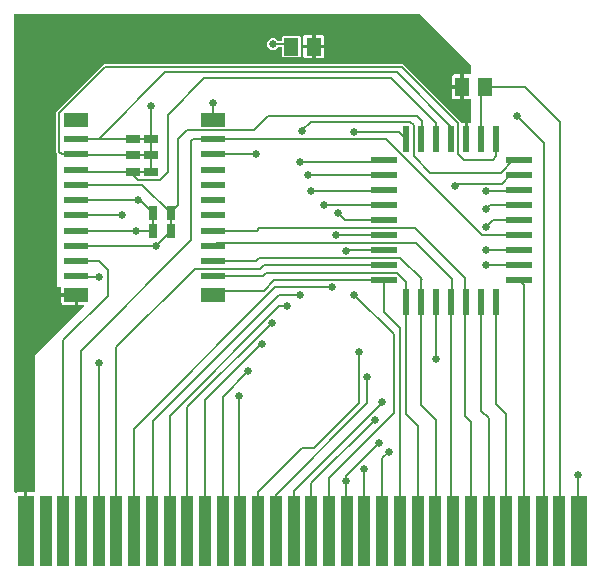
<source format=gbr>
G04 EAGLE Gerber RS-274X export*
G75*
%MOMM*%
%FSLAX34Y34*%
%LPD*%
%INTop Copper*%
%IPPOS*%
%AMOC8*
5,1,8,0,0,1.08239X$1,22.5*%
G01*
%ADD10R,2.000000X1.200000*%
%ADD11R,2.000000X0.600000*%
%ADD12R,1.400000X6.000000*%
%ADD13R,1.000000X6.000000*%
%ADD14R,1.300000X1.600000*%
%ADD15R,0.600000X2.200000*%
%ADD16R,2.200000X0.600000*%
%ADD17R,1.300000X1.500000*%
%ADD18R,1.168400X0.762000*%
%ADD19C,0.152400*%
%ADD20R,0.762000X1.168400*%
%ADD21C,0.654800*%

G36*
X21282Y69242D02*
X21282Y69242D01*
X21301Y69240D01*
X21403Y69262D01*
X21505Y69279D01*
X21522Y69288D01*
X21542Y69292D01*
X21631Y69345D01*
X21722Y69394D01*
X21736Y69408D01*
X21753Y69418D01*
X21820Y69497D01*
X21891Y69572D01*
X21900Y69590D01*
X21913Y69605D01*
X21952Y69701D01*
X21995Y69795D01*
X21997Y69815D01*
X22005Y69833D01*
X22023Y70000D01*
X22023Y72541D01*
X27888Y72541D01*
X27921Y72537D01*
X28039Y72524D01*
X28044Y72525D01*
X28048Y72525D01*
X28163Y72551D01*
X28280Y72577D01*
X28283Y72579D01*
X28287Y72580D01*
X28389Y72642D01*
X28491Y72703D01*
X28494Y72706D01*
X28497Y72708D01*
X28573Y72799D01*
X28651Y72890D01*
X28652Y72894D01*
X28655Y72897D01*
X28698Y73006D01*
X28743Y73118D01*
X28743Y73123D01*
X28745Y73126D01*
X28745Y73139D01*
X28761Y73284D01*
X28761Y188685D01*
X69736Y229660D01*
X69778Y229718D01*
X69828Y229770D01*
X69850Y229817D01*
X69880Y229859D01*
X69901Y229928D01*
X69931Y229993D01*
X69937Y230045D01*
X69952Y230095D01*
X69950Y230166D01*
X69958Y230237D01*
X69947Y230288D01*
X69946Y230340D01*
X69921Y230408D01*
X69906Y230478D01*
X69879Y230522D01*
X69861Y230571D01*
X69817Y230627D01*
X69780Y230689D01*
X69740Y230723D01*
X69708Y230763D01*
X69647Y230802D01*
X69593Y230849D01*
X69545Y230868D01*
X69501Y230896D01*
X69431Y230914D01*
X69365Y230941D01*
X69293Y230949D01*
X69262Y230957D01*
X69239Y230955D01*
X69198Y230959D01*
X65023Y230959D01*
X65023Y238738D01*
X65020Y238758D01*
X65022Y238777D01*
X65000Y238879D01*
X64983Y238981D01*
X64974Y238998D01*
X64970Y239018D01*
X64917Y239107D01*
X64868Y239198D01*
X64854Y239212D01*
X64844Y239229D01*
X64765Y239296D01*
X64690Y239367D01*
X64672Y239376D01*
X64657Y239389D01*
X64561Y239428D01*
X64467Y239471D01*
X64447Y239473D01*
X64429Y239481D01*
X64262Y239499D01*
X63499Y239499D01*
X63499Y240262D01*
X63496Y240282D01*
X63498Y240301D01*
X63476Y240403D01*
X63459Y240505D01*
X63450Y240522D01*
X63446Y240542D01*
X63393Y240631D01*
X63344Y240722D01*
X63330Y240736D01*
X63320Y240753D01*
X63241Y240820D01*
X63166Y240891D01*
X63148Y240900D01*
X63133Y240913D01*
X63037Y240952D01*
X62943Y240995D01*
X62923Y240997D01*
X62905Y241005D01*
X62738Y241023D01*
X50959Y241023D01*
X50959Y245400D01*
X50956Y245420D01*
X50958Y245439D01*
X50936Y245541D01*
X50920Y245643D01*
X50910Y245660D01*
X50906Y245680D01*
X50853Y245769D01*
X50804Y245860D01*
X50790Y245874D01*
X50780Y245891D01*
X50701Y245958D01*
X50626Y246030D01*
X50608Y246038D01*
X50593Y246051D01*
X50497Y246090D01*
X50403Y246133D01*
X50383Y246135D01*
X50365Y246143D01*
X50198Y246161D01*
X47361Y246161D01*
X47361Y359090D01*
X47347Y359180D01*
X47339Y359271D01*
X47327Y359300D01*
X47322Y359332D01*
X47279Y359413D01*
X47243Y359497D01*
X47217Y359529D01*
X47206Y359550D01*
X47183Y359572D01*
X47138Y359628D01*
X46713Y360053D01*
X46713Y394947D01*
X87053Y435287D01*
X339947Y435287D01*
X389429Y385805D01*
X389437Y385790D01*
X389440Y385787D01*
X389442Y385784D01*
X389528Y385702D01*
X389613Y385619D01*
X389617Y385617D01*
X389620Y385614D01*
X389728Y385564D01*
X389835Y385513D01*
X389839Y385512D01*
X389843Y385511D01*
X389960Y385498D01*
X390079Y385483D01*
X390084Y385484D01*
X390087Y385484D01*
X390101Y385486D01*
X390245Y385508D01*
X390365Y385541D01*
X392201Y385541D01*
X392201Y379000D01*
X392204Y378980D01*
X392202Y378961D01*
X392224Y378859D01*
X392240Y378757D01*
X392250Y378740D01*
X392254Y378720D01*
X392307Y378631D01*
X392356Y378540D01*
X392370Y378526D01*
X392380Y378509D01*
X392459Y378442D01*
X392534Y378371D01*
X392552Y378362D01*
X392567Y378349D01*
X392663Y378310D01*
X392757Y378267D01*
X392777Y378265D01*
X392795Y378257D01*
X392962Y378239D01*
X394438Y378239D01*
X394458Y378242D01*
X394477Y378240D01*
X394579Y378262D01*
X394681Y378279D01*
X394698Y378288D01*
X394718Y378292D01*
X394807Y378345D01*
X394898Y378394D01*
X394912Y378408D01*
X394929Y378418D01*
X394996Y378497D01*
X395068Y378572D01*
X395076Y378590D01*
X395089Y378605D01*
X395128Y378701D01*
X395171Y378795D01*
X395173Y378815D01*
X395181Y378833D01*
X395199Y379000D01*
X395199Y385541D01*
X397000Y385541D01*
X397020Y385544D01*
X397039Y385542D01*
X397141Y385564D01*
X397243Y385580D01*
X397260Y385590D01*
X397280Y385594D01*
X397369Y385647D01*
X397460Y385696D01*
X397474Y385710D01*
X397491Y385720D01*
X397558Y385799D01*
X397630Y385874D01*
X397638Y385892D01*
X397651Y385907D01*
X397690Y386003D01*
X397733Y386097D01*
X397735Y386117D01*
X397743Y386135D01*
X397761Y386302D01*
X397761Y404498D01*
X397758Y404518D01*
X397760Y404537D01*
X397738Y404639D01*
X397722Y404741D01*
X397712Y404758D01*
X397708Y404778D01*
X397655Y404867D01*
X397606Y404958D01*
X397592Y404972D01*
X397582Y404989D01*
X397503Y405056D01*
X397428Y405128D01*
X397410Y405136D01*
X397395Y405149D01*
X397299Y405188D01*
X397205Y405231D01*
X397185Y405233D01*
X397167Y405241D01*
X397000Y405259D01*
X391823Y405259D01*
X391823Y415038D01*
X391820Y415058D01*
X391822Y415077D01*
X391800Y415179D01*
X391783Y415281D01*
X391774Y415298D01*
X391770Y415318D01*
X391717Y415407D01*
X391668Y415498D01*
X391654Y415512D01*
X391644Y415529D01*
X391565Y415596D01*
X391490Y415667D01*
X391472Y415676D01*
X391457Y415689D01*
X391361Y415728D01*
X391267Y415771D01*
X391247Y415773D01*
X391229Y415781D01*
X391062Y415799D01*
X390299Y415799D01*
X390299Y415801D01*
X391062Y415801D01*
X391082Y415804D01*
X391101Y415802D01*
X391203Y415824D01*
X391305Y415841D01*
X391322Y415850D01*
X391342Y415854D01*
X391431Y415907D01*
X391522Y415956D01*
X391536Y415970D01*
X391553Y415980D01*
X391620Y416059D01*
X391691Y416134D01*
X391700Y416152D01*
X391713Y416167D01*
X391752Y416263D01*
X391795Y416357D01*
X391797Y416377D01*
X391805Y416395D01*
X391823Y416562D01*
X391823Y426341D01*
X397000Y426341D01*
X397020Y426344D01*
X397039Y426342D01*
X397141Y426364D01*
X397243Y426380D01*
X397260Y426390D01*
X397280Y426394D01*
X397369Y426447D01*
X397460Y426496D01*
X397474Y426510D01*
X397491Y426520D01*
X397558Y426599D01*
X397630Y426674D01*
X397638Y426692D01*
X397651Y426707D01*
X397690Y426803D01*
X397733Y426897D01*
X397735Y426917D01*
X397743Y426935D01*
X397761Y427102D01*
X397761Y434000D01*
X397747Y434090D01*
X397739Y434181D01*
X397727Y434211D01*
X397722Y434243D01*
X397679Y434323D01*
X397643Y434407D01*
X397617Y434439D01*
X397606Y434460D01*
X397583Y434482D01*
X397538Y434538D01*
X354840Y477236D01*
X354766Y477289D01*
X354697Y477349D01*
X354667Y477361D01*
X354641Y477380D01*
X354554Y477407D01*
X354469Y477441D01*
X354428Y477445D01*
X354405Y477452D01*
X354373Y477451D01*
X354302Y477459D01*
X11802Y477459D01*
X11782Y477456D01*
X11763Y477458D01*
X11661Y477436D01*
X11559Y477420D01*
X11542Y477410D01*
X11522Y477406D01*
X11433Y477353D01*
X11342Y477304D01*
X11328Y477290D01*
X11311Y477280D01*
X11244Y477201D01*
X11172Y477126D01*
X11164Y477108D01*
X11151Y477093D01*
X11112Y476997D01*
X11069Y476903D01*
X11067Y476883D01*
X11059Y476865D01*
X11041Y476698D01*
X11041Y72832D01*
X11056Y72738D01*
X11065Y72643D01*
X11076Y72617D01*
X11080Y72590D01*
X11125Y72506D01*
X11163Y72418D01*
X11182Y72397D01*
X11196Y72372D01*
X11265Y72307D01*
X11329Y72236D01*
X11353Y72222D01*
X11374Y72203D01*
X11460Y72163D01*
X11544Y72116D01*
X11571Y72111D01*
X11597Y72099D01*
X11692Y72089D01*
X11785Y72071D01*
X11813Y72075D01*
X11841Y72072D01*
X11935Y72092D01*
X12029Y72106D01*
X12061Y72120D01*
X12082Y72124D01*
X12110Y72141D01*
X12183Y72173D01*
X12519Y72368D01*
X13166Y72541D01*
X18977Y72541D01*
X18977Y70000D01*
X18980Y69980D01*
X18978Y69961D01*
X19000Y69859D01*
X19017Y69757D01*
X19026Y69740D01*
X19030Y69720D01*
X19083Y69631D01*
X19132Y69540D01*
X19146Y69526D01*
X19156Y69509D01*
X19235Y69442D01*
X19310Y69371D01*
X19328Y69362D01*
X19343Y69349D01*
X19439Y69310D01*
X19533Y69267D01*
X19553Y69265D01*
X19571Y69257D01*
X19738Y69239D01*
X21262Y69239D01*
X21282Y69242D01*
G37*
%LPC*%
G36*
X238368Y440975D02*
X238368Y440975D01*
X237475Y441868D01*
X237475Y448952D01*
X237472Y448972D01*
X237474Y448991D01*
X237452Y449093D01*
X237436Y449195D01*
X237426Y449212D01*
X237422Y449232D01*
X237369Y449321D01*
X237320Y449412D01*
X237306Y449426D01*
X237296Y449443D01*
X237217Y449510D01*
X237142Y449582D01*
X237124Y449590D01*
X237109Y449603D01*
X237013Y449642D01*
X236919Y449685D01*
X236899Y449687D01*
X236881Y449695D01*
X236714Y449713D01*
X234815Y449713D01*
X234725Y449699D01*
X234634Y449691D01*
X234604Y449679D01*
X234572Y449674D01*
X234492Y449631D01*
X234408Y449595D01*
X234376Y449569D01*
X234355Y449558D01*
X234333Y449535D01*
X234277Y449490D01*
X231988Y447201D01*
X228012Y447201D01*
X225201Y450012D01*
X225201Y453988D01*
X228012Y456799D01*
X231988Y456799D01*
X234277Y454510D01*
X234351Y454457D01*
X234420Y454397D01*
X234450Y454385D01*
X234476Y454366D01*
X234563Y454339D01*
X234648Y454305D01*
X234689Y454301D01*
X234712Y454294D01*
X234744Y454295D01*
X234815Y454287D01*
X236714Y454287D01*
X236734Y454290D01*
X236753Y454288D01*
X236855Y454310D01*
X236957Y454326D01*
X236974Y454336D01*
X236994Y454340D01*
X237083Y454393D01*
X237174Y454442D01*
X237188Y454456D01*
X237205Y454466D01*
X237272Y454545D01*
X237344Y454620D01*
X237352Y454638D01*
X237365Y454653D01*
X237404Y454749D01*
X237447Y454843D01*
X237449Y454863D01*
X237457Y454881D01*
X237475Y455048D01*
X237475Y458132D01*
X238368Y459025D01*
X252632Y459025D01*
X253525Y458132D01*
X253525Y441868D01*
X252632Y440975D01*
X238368Y440975D01*
G37*
%LPD*%
%LPC*%
G36*
X53166Y230959D02*
X53166Y230959D01*
X52519Y231132D01*
X51940Y231467D01*
X51467Y231940D01*
X51132Y232519D01*
X50959Y233166D01*
X50959Y237977D01*
X61977Y237977D01*
X61977Y230959D01*
X53166Y230959D01*
G37*
%LPD*%
%LPC*%
G36*
X381259Y417323D02*
X381259Y417323D01*
X381259Y424134D01*
X381432Y424781D01*
X381767Y425360D01*
X382240Y425833D01*
X382819Y426168D01*
X383466Y426341D01*
X388777Y426341D01*
X388777Y417323D01*
X381259Y417323D01*
G37*
%LPD*%
%LPC*%
G36*
X383466Y405259D02*
X383466Y405259D01*
X382819Y405432D01*
X382240Y405767D01*
X381767Y406240D01*
X381432Y406819D01*
X381259Y407466D01*
X381259Y414277D01*
X388777Y414277D01*
X388777Y405259D01*
X383466Y405259D01*
G37*
%LPD*%
%LPC*%
G36*
X266023Y451523D02*
X266023Y451523D01*
X266023Y460041D01*
X271334Y460041D01*
X271981Y459868D01*
X272560Y459533D01*
X273033Y459060D01*
X273368Y458481D01*
X273541Y457834D01*
X273541Y451523D01*
X266023Y451523D01*
G37*
%LPD*%
%LPC*%
G36*
X266023Y439959D02*
X266023Y439959D01*
X266023Y448477D01*
X273541Y448477D01*
X273541Y442166D01*
X273368Y441519D01*
X273033Y440940D01*
X272560Y440467D01*
X271981Y440132D01*
X271334Y439959D01*
X266023Y439959D01*
G37*
%LPD*%
%LPC*%
G36*
X255459Y451523D02*
X255459Y451523D01*
X255459Y457834D01*
X255632Y458481D01*
X255967Y459060D01*
X256440Y459533D01*
X257019Y459868D01*
X257666Y460041D01*
X262977Y460041D01*
X262977Y451523D01*
X255459Y451523D01*
G37*
%LPD*%
%LPC*%
G36*
X257666Y439959D02*
X257666Y439959D01*
X257019Y440132D01*
X256440Y440467D01*
X255967Y440940D01*
X255632Y441519D01*
X255459Y442166D01*
X255459Y448477D01*
X262977Y448477D01*
X262977Y439959D01*
X257666Y439959D01*
G37*
%LPD*%
%LPC*%
G36*
X264499Y449999D02*
X264499Y449999D01*
X264499Y450001D01*
X264501Y450001D01*
X264501Y449999D01*
X264499Y449999D01*
G37*
%LPD*%
D10*
X179500Y239500D03*
D11*
X179500Y255400D03*
X179500Y268300D03*
X179500Y281200D03*
X179500Y294100D03*
X179500Y307000D03*
X179500Y319900D03*
X179500Y332800D03*
X179500Y345700D03*
X179500Y358600D03*
X179500Y371500D03*
D10*
X179500Y387400D03*
X63500Y239500D03*
D11*
X63500Y255400D03*
X63500Y268300D03*
X63500Y281200D03*
X63500Y294100D03*
X63500Y307000D03*
X63500Y319900D03*
X63500Y332800D03*
X63500Y345700D03*
X63500Y358600D03*
X63500Y371500D03*
D10*
X63500Y387400D03*
D12*
X20500Y40000D03*
D13*
X37500Y40000D03*
X67500Y40000D03*
X82500Y40000D03*
X97500Y40000D03*
X112500Y40000D03*
X127500Y40000D03*
X142500Y40000D03*
X157500Y40000D03*
X172500Y40000D03*
X187500Y40000D03*
X202500Y40000D03*
X217500Y40000D03*
X232500Y40000D03*
X247500Y40000D03*
X262500Y40000D03*
X277500Y40000D03*
X292500Y40000D03*
X307500Y40000D03*
X322500Y40000D03*
X52500Y40000D03*
X337500Y40000D03*
X352500Y40000D03*
X367500Y40000D03*
X382500Y40000D03*
X397500Y40000D03*
X412500Y40000D03*
X427500Y40000D03*
X442500Y40000D03*
X457500Y40000D03*
X472500Y40000D03*
D12*
X489500Y40000D03*
D14*
X409300Y415800D03*
X390300Y415800D03*
D15*
X381000Y372000D03*
X368300Y372000D03*
X355600Y372000D03*
X342900Y372000D03*
D16*
X324000Y341100D03*
X324000Y328400D03*
X324000Y315700D03*
X324000Y303000D03*
X324000Y290300D03*
X324000Y277600D03*
X324000Y264900D03*
X324000Y353800D03*
X324000Y252200D03*
D15*
X342900Y234000D03*
X355600Y234000D03*
X368300Y234000D03*
X381000Y234000D03*
X393700Y234000D03*
X406400Y234000D03*
X419100Y234000D03*
D16*
X438000Y252200D03*
X438000Y264900D03*
X438000Y277600D03*
X438000Y290300D03*
X438000Y303000D03*
X438000Y315700D03*
X438000Y328400D03*
X438000Y341100D03*
X438000Y353800D03*
D15*
X419100Y372000D03*
X406400Y372000D03*
X393700Y372000D03*
D17*
X264500Y450000D03*
X245500Y450000D03*
D18*
X111380Y372000D03*
X126620Y372000D03*
D19*
X120778Y372000D02*
X117222Y372000D01*
D18*
X111380Y358000D03*
X126620Y358000D03*
D19*
X120778Y358000D02*
X117222Y358000D01*
D18*
X111380Y344000D03*
X126620Y344000D03*
D19*
X120778Y344000D02*
X117222Y344000D01*
D20*
X143380Y308620D03*
X143380Y293380D03*
D19*
X143380Y299222D02*
X143380Y302778D01*
D20*
X128380Y308620D03*
X128380Y293380D03*
D19*
X128380Y299222D02*
X128380Y302778D01*
X126620Y358000D02*
X126620Y372000D01*
X179100Y387000D02*
X179500Y387400D01*
D21*
X488000Y87000D03*
D19*
X126620Y344000D02*
X126620Y358000D01*
X230000Y451733D02*
X230000Y452000D01*
D21*
X230000Y452000D03*
D19*
X243500Y452000D01*
X245500Y450000D01*
X368300Y234000D02*
X368300Y185000D01*
D21*
X368300Y185000D03*
D19*
X488000Y41500D02*
X489500Y40000D01*
X488000Y41500D02*
X488000Y87000D01*
X126620Y372000D02*
X126620Y400000D01*
X127000Y400000D01*
D21*
X127000Y400000D03*
D19*
X179100Y387000D02*
X179500Y387400D01*
X179500Y402000D01*
D21*
X179500Y402000D03*
D19*
X323900Y265000D02*
X324000Y264900D01*
X323900Y265000D02*
X222000Y265000D01*
X219000Y262000D01*
X164000Y262000D01*
X97500Y195500D01*
X97500Y40000D01*
X112500Y40000D02*
X112500Y126500D01*
X232000Y246000D02*
X280000Y246000D01*
X232000Y246000D02*
X112500Y126500D01*
D21*
X280000Y246000D03*
X292000Y277000D03*
D19*
X292600Y277600D01*
X324000Y277600D01*
D21*
X253000Y240000D03*
D19*
X128214Y40714D02*
X127500Y40000D01*
X128214Y40714D02*
X128214Y133003D01*
X235211Y240000D02*
X253000Y240000D01*
X235211Y240000D02*
X128214Y133003D01*
D21*
X283000Y290000D03*
D19*
X283300Y290300D01*
X324000Y290300D01*
X242000Y230000D02*
X235000Y230000D01*
D21*
X242000Y230000D03*
X285000Y309000D03*
D19*
X291000Y303000D02*
X324000Y303000D01*
X142500Y137500D02*
X142500Y40000D01*
X142500Y137500D02*
X235000Y230000D01*
X291000Y303000D02*
X285000Y309000D01*
X157500Y144500D02*
X157500Y40000D01*
X157500Y144500D02*
X229000Y216000D01*
D21*
X229000Y216000D03*
X273000Y316000D03*
D19*
X323140Y316560D02*
X324000Y315700D01*
X323140Y316560D02*
X322580Y316000D01*
X287863Y316000D02*
X273000Y316000D01*
X287863Y316000D02*
X322580Y316000D01*
X82500Y182000D02*
X82500Y40000D01*
D21*
X82500Y182000D03*
X82500Y255000D03*
D19*
X63900Y255000D01*
X63500Y255400D01*
X52500Y201500D02*
X52500Y40000D01*
X63200Y268000D02*
X63500Y268300D01*
X90000Y239000D02*
X52500Y201500D01*
X90000Y239000D02*
X90000Y261000D01*
X83000Y268000D01*
X63200Y268000D01*
X131200Y281200D02*
X143380Y293380D01*
X131200Y281200D02*
X63500Y281200D01*
X322500Y101500D02*
X322500Y40000D01*
X322500Y101500D02*
X328000Y107000D01*
D21*
X328000Y107000D03*
X410000Y265000D03*
D19*
X410100Y264900D02*
X438000Y264900D01*
X410100Y264900D02*
X410000Y265000D01*
X131200Y281000D02*
X131200Y281200D01*
X131200Y281000D02*
X131000Y281000D01*
D21*
X131000Y281000D03*
D19*
X128380Y293380D02*
X114000Y293380D01*
X64220Y293380D01*
X63500Y294100D01*
X307500Y91500D02*
X307500Y40000D01*
X307500Y91500D02*
X307000Y92000D01*
D21*
X307000Y92000D03*
X114000Y293380D03*
D19*
X292000Y40500D02*
X292500Y40000D01*
X292000Y40500D02*
X292000Y82000D01*
D21*
X292000Y82000D03*
X102000Y307000D03*
D19*
X63500Y307000D01*
X431100Y341100D02*
X438000Y341100D01*
X386000Y334000D02*
X384000Y332000D01*
D21*
X384000Y332000D03*
D19*
X424000Y334000D02*
X431100Y341100D01*
X424000Y334000D02*
X386000Y334000D01*
D21*
X320000Y114000D03*
D19*
X292000Y86000D01*
X292000Y82000D01*
X116000Y319900D02*
X63500Y319900D01*
X116000Y319900D02*
X117100Y319900D01*
D21*
X116000Y319900D03*
D19*
X117100Y319900D02*
X128380Y308620D01*
X422667Y343000D02*
X433467Y353800D01*
X422667Y343000D02*
X411000Y343000D01*
X433467Y353800D02*
X438000Y353800D01*
X262286Y386286D02*
X255000Y379000D01*
X255000Y378440D01*
D21*
X255000Y378440D03*
D19*
X262286Y386286D02*
X345847Y386286D01*
X349000Y357000D02*
X363000Y343000D01*
X411000Y343000D01*
X349000Y383133D02*
X345847Y386286D01*
X349000Y383133D02*
X349000Y357000D01*
X143380Y308620D02*
X119200Y332800D01*
X63500Y332800D01*
X352000Y391000D02*
X356000Y387000D01*
X356000Y367000D01*
X356000Y371600D01*
X355600Y372000D01*
X352000Y391000D02*
X226000Y391000D01*
X143380Y309380D02*
X143380Y308620D01*
X150000Y316000D02*
X150000Y372000D01*
X157000Y379000D01*
X214000Y379000D02*
X226000Y391000D01*
X150000Y316000D02*
X143380Y309380D01*
X157000Y379000D02*
X214000Y379000D01*
X111380Y344000D02*
X89000Y344000D01*
X65200Y344000D01*
X63500Y345700D01*
X109000Y344000D02*
X116000Y337000D01*
X109000Y344000D02*
X89000Y344000D01*
X172000Y423000D02*
X330000Y423000D01*
X368000Y372300D02*
X368300Y372000D01*
X172000Y423000D02*
X141000Y392000D01*
X368000Y372300D02*
X368300Y372000D01*
X368000Y372300D02*
X368000Y385000D01*
X134000Y337000D02*
X116000Y337000D01*
X134000Y337000D02*
X141000Y344000D01*
X141000Y392000D01*
X330000Y423000D02*
X368000Y385000D01*
X337500Y211363D02*
X337500Y40000D01*
X337500Y211363D02*
X324000Y224863D01*
X324000Y252200D01*
X183000Y243000D02*
X179500Y239500D01*
X222000Y243000D02*
X231200Y252200D01*
X324000Y252200D01*
X222000Y243000D02*
X183000Y243000D01*
X352500Y129500D02*
X352500Y40000D01*
X353000Y129000D02*
X352500Y129500D01*
X353000Y129000D02*
X342900Y139100D01*
X342900Y230000D01*
X342900Y234000D01*
X180100Y256000D02*
X179500Y255400D01*
X221689Y256000D02*
X224175Y258486D01*
X334947Y258486D01*
X221689Y256000D02*
X180100Y256000D01*
X334947Y258486D02*
X342900Y250533D01*
X342900Y230000D01*
X355600Y146400D02*
X368000Y134000D01*
X355600Y189263D02*
X355600Y234000D01*
X355600Y189263D02*
X355600Y146400D01*
X368000Y134000D02*
X368000Y40500D01*
X367500Y40000D01*
X215679Y268300D02*
X179500Y268300D01*
X215679Y268300D02*
X218565Y271186D01*
X337814Y271186D01*
X356000Y253000D01*
X355600Y252600D01*
X355600Y234000D01*
X381000Y234000D02*
X381000Y233000D01*
X381000Y41500D01*
X382500Y40000D01*
X382000Y253000D02*
X351114Y283886D01*
X182186Y283886D01*
X179500Y281200D01*
X382000Y253000D02*
X382000Y234000D01*
X381000Y233000D01*
X397500Y132500D02*
X397500Y40000D01*
X397500Y132500D02*
X393000Y137000D01*
X393000Y233300D01*
X393700Y234000D01*
X216100Y294100D02*
X179500Y294100D01*
X218560Y296560D02*
X350440Y296560D01*
X218560Y296560D02*
X216100Y294100D01*
X350440Y296560D02*
X393000Y254000D01*
X393000Y233300D01*
X215600Y358600D02*
X179500Y358600D01*
X459500Y368500D02*
X459500Y42000D01*
X457500Y40000D01*
X459500Y368500D02*
X437000Y391000D01*
D21*
X437000Y391000D03*
X215600Y358600D03*
D19*
X181000Y371500D02*
X179500Y371500D01*
X325500Y371500D02*
X407000Y290000D01*
X437700Y290000D01*
X438000Y290300D01*
X161000Y332000D02*
X161000Y370000D01*
X162500Y371500D01*
X181000Y371500D01*
X179500Y371500D02*
X325500Y371500D01*
X161000Y332000D02*
X161000Y286000D01*
X67500Y192500D01*
X67500Y40000D01*
X172500Y40000D02*
X172500Y150500D01*
X220000Y198000D02*
X221000Y198000D01*
X220000Y198000D02*
X172500Y150500D01*
D21*
X221000Y198000D03*
X262000Y328000D03*
D19*
X323600Y328000D01*
X324000Y328400D01*
X187500Y153500D02*
X187500Y40000D01*
X187500Y153500D02*
X209000Y175000D01*
D21*
X209000Y175000D03*
X260000Y341000D03*
D19*
X260100Y341100D01*
X324000Y341100D01*
D21*
X253000Y352000D03*
D19*
X322200Y352000D01*
X324000Y353800D01*
D21*
X201000Y154000D03*
D19*
X201000Y41500D02*
X202500Y40000D01*
X201000Y41500D02*
X201000Y154000D01*
X217500Y72500D02*
X217500Y40000D01*
D21*
X303000Y191000D03*
D19*
X264487Y109698D02*
X254698Y109698D01*
X264487Y109698D02*
X303000Y148211D01*
X254698Y109698D02*
X217500Y72500D01*
X303000Y148211D02*
X303000Y191000D01*
D21*
X410000Y328000D03*
D19*
X437600Y328000D01*
X438000Y328400D01*
X232500Y70500D02*
X232500Y40000D01*
X232500Y70500D02*
X310000Y148000D01*
X310000Y170000D01*
D21*
X310000Y170000D03*
X410000Y312000D03*
D19*
X413700Y315700D01*
X438000Y315700D01*
X247500Y73500D02*
X247500Y40000D01*
X322000Y148000D02*
X322000Y149000D01*
D21*
X322000Y149000D03*
X410000Y278000D03*
D19*
X322000Y148000D02*
X247500Y73500D01*
X410000Y278000D02*
X437600Y278000D01*
X438000Y277600D01*
X262500Y80500D02*
X262500Y40000D01*
X262500Y80500D02*
X316000Y134000D01*
D21*
X316000Y134000D03*
X410000Y297000D03*
D19*
X416000Y303000D01*
X438000Y303000D01*
X277500Y84500D02*
X277500Y40000D01*
X332560Y139560D02*
X332560Y206440D01*
X332560Y139560D02*
X277500Y84500D01*
X332560Y206440D02*
X299000Y240000D01*
D21*
X299000Y240000D03*
X299000Y378000D03*
D19*
X336900Y378000D02*
X342900Y372000D01*
X336900Y378000D02*
X299000Y378000D01*
X406400Y234000D02*
X406400Y141600D01*
X412500Y135500D02*
X412500Y40000D01*
X412500Y135500D02*
X406400Y141600D01*
X419100Y146900D02*
X419100Y234000D01*
X427500Y138500D02*
X427500Y40000D01*
X427500Y138500D02*
X419100Y146900D01*
X442500Y247700D02*
X442500Y40000D01*
X442500Y247700D02*
X438000Y252200D01*
X473000Y40500D02*
X472500Y40000D01*
X473000Y40500D02*
X473000Y386000D01*
X443200Y415800D01*
X412000Y415800D01*
X409300Y415800D01*
X406400Y410200D02*
X406400Y372000D01*
X406400Y410200D02*
X412000Y415800D01*
X111380Y358000D02*
X89000Y358000D01*
X64100Y358000D02*
X63500Y358600D01*
X64100Y358000D02*
X89000Y358000D01*
X419100Y357100D02*
X419100Y372000D01*
X63500Y358600D02*
X51400Y358600D01*
X49000Y361000D01*
X49000Y394000D01*
X88000Y433000D01*
X339000Y433000D02*
X387000Y385000D01*
X339000Y433000D02*
X88000Y433000D01*
X416000Y354000D02*
X419100Y357100D01*
X392000Y354000D02*
X387000Y359000D01*
X392000Y354000D02*
X416000Y354000D01*
X387000Y359000D02*
X387000Y385000D01*
X111380Y372000D02*
X93000Y372000D01*
X89000Y372000D01*
X83000Y372000D01*
X64000Y372000D01*
X63500Y371500D01*
X83000Y372000D02*
X139000Y428000D01*
X381000Y382000D02*
X381000Y372000D01*
X381000Y382000D02*
X335000Y428000D01*
X139000Y428000D01*
M02*

</source>
